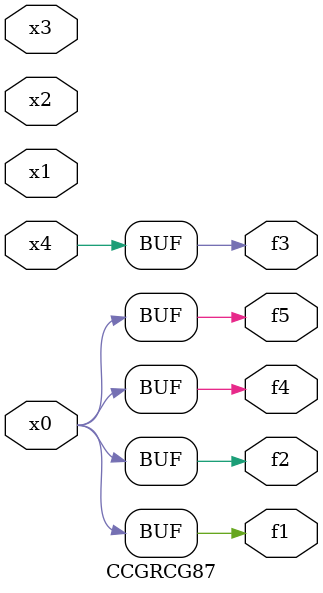
<source format=v>
module CCGRCG87(
	input x0, x1, x2, x3, x4,
	output f1, f2, f3, f4, f5
);
	assign f1 = x0;
	assign f2 = x0;
	assign f3 = x4;
	assign f4 = x0;
	assign f5 = x0;
endmodule

</source>
